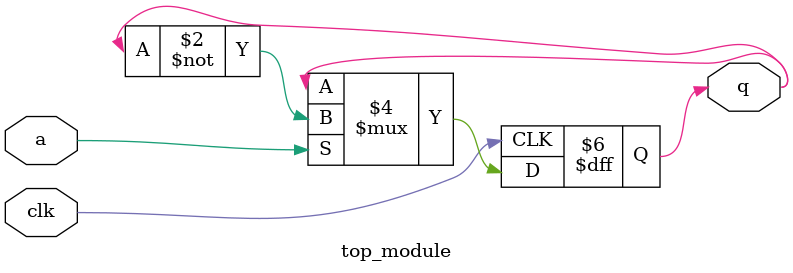
<source format=sv>
module top_module (
    input clk,
    input a, 
    output reg q
);
    always @(posedge clk) begin
        if (a) begin
            q <= ~q;
        end else begin
            q <= q;
        end
    end
endmodule

</source>
